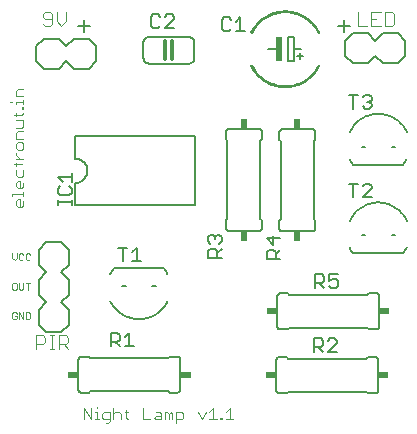
<source format=gto>
G75*
%MOIN*%
%OFA0B0*%
%FSLAX24Y24*%
%IPPOS*%
%LPD*%
%AMOC8*
5,1,8,0,0,1.08239X$1,22.5*
%
%ADD10C,0.0030*%
%ADD11C,0.0050*%
%ADD12C,0.0020*%
%ADD13C,0.0080*%
%ADD14C,0.0040*%
%ADD15C,0.0060*%
%ADD16R,0.0340X0.0240*%
%ADD17R,0.0240X0.0340*%
%ADD18C,0.0006*%
%ADD19R,0.0200X0.0800*%
%ADD20C,0.0120*%
D10*
X004155Y001607D02*
X004155Y001977D01*
X004402Y001607D01*
X004402Y001977D01*
X004523Y001854D02*
X004585Y001854D01*
X004585Y001607D01*
X004523Y001607D02*
X004647Y001607D01*
X004769Y001668D02*
X004831Y001607D01*
X005016Y001607D01*
X005016Y001545D02*
X004954Y001483D01*
X004892Y001483D01*
X005016Y001545D02*
X005016Y001854D01*
X004831Y001854D01*
X004769Y001792D01*
X004769Y001668D01*
X004585Y001977D02*
X004585Y002039D01*
X005137Y001977D02*
X005137Y001607D01*
X005137Y001792D02*
X005199Y001854D01*
X005322Y001854D01*
X005384Y001792D01*
X005384Y001607D01*
X005567Y001668D02*
X005629Y001607D01*
X005567Y001668D02*
X005567Y001915D01*
X005506Y001854D02*
X005629Y001854D01*
X006119Y001977D02*
X006119Y001607D01*
X006366Y001607D01*
X006488Y001668D02*
X006549Y001730D01*
X006735Y001730D01*
X006735Y001792D02*
X006735Y001607D01*
X006549Y001607D01*
X006488Y001668D01*
X006549Y001854D02*
X006673Y001854D01*
X006735Y001792D01*
X006856Y001854D02*
X006918Y001854D01*
X006980Y001792D01*
X007041Y001854D01*
X007103Y001792D01*
X007103Y001607D01*
X007224Y001607D02*
X007410Y001607D01*
X007471Y001668D01*
X007471Y001792D01*
X007410Y001854D01*
X007224Y001854D01*
X007224Y001483D01*
X006980Y001607D02*
X006980Y001792D01*
X006856Y001854D02*
X006856Y001607D01*
X007961Y001854D02*
X008084Y001607D01*
X008208Y001854D01*
X008329Y001854D02*
X008453Y001977D01*
X008453Y001607D01*
X008576Y001607D02*
X008329Y001607D01*
X008698Y001607D02*
X008759Y001607D01*
X008759Y001668D01*
X008698Y001668D01*
X008698Y001607D01*
X008882Y001607D02*
X009129Y001607D01*
X009005Y001607D02*
X009005Y001977D01*
X008882Y001854D01*
X002072Y008700D02*
X001948Y008700D01*
X001887Y008761D01*
X001887Y008885D01*
X001948Y008946D01*
X002010Y008946D01*
X002010Y008700D01*
X002072Y008700D02*
X002134Y008761D01*
X002134Y008885D01*
X002134Y009068D02*
X002134Y009191D01*
X002134Y009130D02*
X001763Y009130D01*
X001763Y009068D01*
X001948Y009313D02*
X001887Y009375D01*
X001887Y009499D01*
X001948Y009560D01*
X002010Y009560D01*
X002010Y009313D01*
X002072Y009313D02*
X001948Y009313D01*
X002072Y009313D02*
X002134Y009375D01*
X002134Y009499D01*
X002072Y009682D02*
X002134Y009743D01*
X002134Y009929D01*
X002072Y010112D02*
X002134Y010173D01*
X002072Y010112D02*
X001825Y010112D01*
X001887Y010173D02*
X001887Y010050D01*
X001887Y009929D02*
X001887Y009743D01*
X001948Y009682D01*
X002072Y009682D01*
X002134Y010296D02*
X001887Y010296D01*
X001887Y010419D02*
X001887Y010481D01*
X001887Y010419D02*
X002010Y010296D01*
X001948Y010603D02*
X002072Y010603D01*
X002134Y010664D01*
X002134Y010788D01*
X002072Y010849D01*
X001948Y010849D01*
X001887Y010788D01*
X001887Y010664D01*
X001948Y010603D01*
X001887Y010971D02*
X001887Y011156D01*
X001948Y011218D01*
X002134Y011218D01*
X002072Y011339D02*
X002134Y011401D01*
X002134Y011586D01*
X001887Y011586D01*
X001887Y011707D02*
X001887Y011831D01*
X001825Y011769D02*
X002072Y011769D01*
X002134Y011831D01*
X002134Y011953D02*
X002134Y012015D01*
X002072Y012015D01*
X002072Y011953D01*
X002134Y011953D01*
X002134Y012137D02*
X002134Y012261D01*
X002134Y012199D02*
X001887Y012199D01*
X001887Y012137D01*
X001763Y012199D02*
X001701Y012199D01*
X001887Y012383D02*
X001887Y012568D01*
X001948Y012630D01*
X002134Y012630D01*
X002134Y012383D02*
X001887Y012383D01*
X001887Y011339D02*
X002072Y011339D01*
X002134Y010971D02*
X001887Y010971D01*
D11*
X003294Y009690D02*
X003744Y009690D01*
X003744Y009840D02*
X003744Y009539D01*
X003669Y009379D02*
X003744Y009304D01*
X003744Y009154D01*
X003669Y009079D01*
X003369Y009079D01*
X003294Y009154D01*
X003294Y009304D01*
X003369Y009379D01*
X003444Y009539D02*
X003294Y009690D01*
X003294Y008922D02*
X003294Y008772D01*
X003294Y008847D02*
X003744Y008847D01*
X003744Y008772D02*
X003744Y008922D01*
X005304Y007338D02*
X005604Y007338D01*
X005454Y007338D02*
X005454Y006888D01*
X005162Y006653D02*
X006812Y006653D01*
X006540Y006053D02*
X006434Y006053D01*
X006937Y006450D02*
X006910Y006504D01*
X006880Y006555D01*
X006847Y006605D01*
X006812Y006653D01*
X006065Y006888D02*
X005764Y006888D01*
X005914Y006888D02*
X005914Y007338D01*
X005764Y007188D01*
X005540Y006053D02*
X005434Y006053D01*
X005033Y006441D02*
X005060Y006497D01*
X005091Y006551D01*
X005125Y006603D01*
X005162Y006653D01*
X005037Y005556D02*
X005066Y005499D01*
X005099Y005443D01*
X005134Y005390D01*
X005174Y005339D01*
X005216Y005291D01*
X005261Y005245D01*
X005308Y005202D01*
X005358Y005162D01*
X005411Y005125D01*
X005466Y005092D01*
X005522Y005061D01*
X005581Y005035D01*
X005641Y005012D01*
X005702Y004992D01*
X005764Y004977D01*
X005827Y004965D01*
X005891Y004957D01*
X005955Y004953D01*
X006019Y004953D01*
X006083Y004957D01*
X006147Y004965D01*
X006210Y004977D01*
X006272Y004992D01*
X006333Y005012D01*
X006393Y005035D01*
X006452Y005061D01*
X006508Y005092D01*
X006563Y005125D01*
X006616Y005162D01*
X006666Y005202D01*
X006713Y005245D01*
X006758Y005291D01*
X006800Y005339D01*
X006840Y005390D01*
X006875Y005443D01*
X006908Y005499D01*
X006937Y005556D01*
X005655Y004497D02*
X005655Y004046D01*
X005505Y004046D02*
X005805Y004046D01*
X005505Y004346D02*
X005655Y004497D01*
X005345Y004422D02*
X005345Y004271D01*
X005270Y004196D01*
X005044Y004196D01*
X005044Y004046D02*
X005044Y004497D01*
X005270Y004497D01*
X005345Y004422D01*
X005195Y004196D02*
X005345Y004046D01*
X008293Y007006D02*
X008293Y007231D01*
X008368Y007306D01*
X008518Y007306D01*
X008593Y007231D01*
X008593Y007006D01*
X008593Y007156D02*
X008744Y007306D01*
X008669Y007466D02*
X008744Y007541D01*
X008744Y007691D01*
X008669Y007766D01*
X008593Y007766D01*
X008518Y007691D01*
X008518Y007616D01*
X008518Y007691D02*
X008443Y007766D01*
X008368Y007766D01*
X008293Y007691D01*
X008293Y007541D01*
X008368Y007466D01*
X008293Y007006D02*
X008744Y007006D01*
X010238Y006973D02*
X010238Y007198D01*
X010313Y007273D01*
X010463Y007273D01*
X010538Y007198D01*
X010538Y006973D01*
X010538Y007123D02*
X010688Y007273D01*
X010463Y007433D02*
X010463Y007734D01*
X010688Y007659D02*
X010238Y007659D01*
X010463Y007433D01*
X010688Y006973D02*
X010238Y006973D01*
X011854Y006441D02*
X011854Y005991D01*
X011854Y006141D02*
X012079Y006141D01*
X012154Y006216D01*
X012154Y006366D01*
X012079Y006441D01*
X011854Y006441D01*
X012004Y006141D02*
X012154Y005991D01*
X012315Y006066D02*
X012390Y005991D01*
X012540Y005991D01*
X012615Y006066D01*
X012615Y006216D01*
X012540Y006291D01*
X012465Y006291D01*
X012315Y006216D01*
X012315Y006441D01*
X012615Y006441D01*
X013135Y007141D02*
X014784Y007141D01*
X014512Y007741D02*
X014407Y007741D01*
X014914Y007353D02*
X014887Y007297D01*
X014856Y007243D01*
X014822Y007191D01*
X014785Y007141D01*
X014910Y008238D02*
X014881Y008295D01*
X014848Y008351D01*
X014813Y008404D01*
X014773Y008455D01*
X014731Y008503D01*
X014686Y008549D01*
X014639Y008592D01*
X014589Y008632D01*
X014536Y008669D01*
X014481Y008702D01*
X014425Y008733D01*
X014366Y008759D01*
X014306Y008782D01*
X014245Y008802D01*
X014183Y008817D01*
X014120Y008829D01*
X014056Y008837D01*
X013992Y008841D01*
X013928Y008841D01*
X013864Y008837D01*
X013800Y008829D01*
X013737Y008817D01*
X013675Y008802D01*
X013614Y008782D01*
X013554Y008759D01*
X013495Y008733D01*
X013439Y008702D01*
X013384Y008669D01*
X013331Y008632D01*
X013281Y008592D01*
X013234Y008549D01*
X013189Y008503D01*
X013147Y008455D01*
X013107Y008404D01*
X013072Y008351D01*
X013039Y008295D01*
X013010Y008238D01*
X013407Y007741D02*
X013512Y007741D01*
X013009Y007344D02*
X013036Y007290D01*
X013066Y007239D01*
X013099Y007189D01*
X013134Y007141D01*
X013135Y009016D02*
X013135Y009466D01*
X012985Y009466D02*
X013285Y009466D01*
X013445Y009391D02*
X013520Y009466D01*
X013670Y009466D01*
X013745Y009391D01*
X013745Y009316D01*
X013445Y009016D01*
X013745Y009016D01*
X013135Y010094D02*
X014784Y010094D01*
X014512Y010694D02*
X014407Y010694D01*
X014914Y010306D02*
X014887Y010250D01*
X014856Y010196D01*
X014822Y010144D01*
X014785Y010094D01*
X014910Y011191D02*
X014881Y011248D01*
X014848Y011304D01*
X014813Y011357D01*
X014773Y011408D01*
X014731Y011456D01*
X014686Y011502D01*
X014639Y011545D01*
X014589Y011585D01*
X014536Y011622D01*
X014481Y011655D01*
X014425Y011686D01*
X014366Y011712D01*
X014306Y011735D01*
X014245Y011755D01*
X014183Y011770D01*
X014120Y011782D01*
X014056Y011790D01*
X013992Y011794D01*
X013928Y011794D01*
X013864Y011790D01*
X013800Y011782D01*
X013737Y011770D01*
X013675Y011755D01*
X013614Y011735D01*
X013554Y011712D01*
X013495Y011686D01*
X013439Y011655D01*
X013384Y011622D01*
X013331Y011585D01*
X013281Y011545D01*
X013234Y011502D01*
X013189Y011456D01*
X013147Y011408D01*
X013107Y011357D01*
X013072Y011304D01*
X013039Y011248D01*
X013010Y011191D01*
X013407Y010694D02*
X013512Y010694D01*
X013009Y010297D02*
X013036Y010243D01*
X013066Y010192D01*
X013099Y010142D01*
X013134Y010094D01*
X013135Y011969D02*
X013135Y012419D01*
X012985Y012419D02*
X013285Y012419D01*
X013445Y012344D02*
X013520Y012419D01*
X013670Y012419D01*
X013745Y012344D01*
X013745Y012269D01*
X013670Y012194D01*
X013745Y012119D01*
X013745Y012044D01*
X013670Y011969D01*
X013520Y011969D01*
X013445Y012044D01*
X013595Y012194D02*
X013670Y012194D01*
X012810Y014520D02*
X012810Y014927D01*
X012607Y014723D02*
X013014Y014723D01*
X009510Y014561D02*
X009210Y014561D01*
X009360Y014561D02*
X009360Y015011D01*
X009210Y014861D01*
X009050Y014936D02*
X008975Y015011D01*
X008825Y015011D01*
X008750Y014936D01*
X008750Y014636D01*
X008825Y014561D01*
X008975Y014561D01*
X009050Y014636D01*
X007154Y014664D02*
X006854Y014664D01*
X007154Y014964D01*
X007154Y015039D01*
X007079Y015114D01*
X006929Y015114D01*
X006854Y015039D01*
X006694Y015039D02*
X006619Y015114D01*
X006469Y015114D01*
X006394Y015039D01*
X006394Y014739D01*
X006469Y014664D01*
X006619Y014664D01*
X006694Y014739D01*
X004352Y014723D02*
X003945Y014723D01*
X004149Y014520D02*
X004149Y014927D01*
X011815Y004315D02*
X012040Y004315D01*
X012115Y004240D01*
X012115Y004090D01*
X012040Y004015D01*
X011815Y004015D01*
X011815Y003865D02*
X011815Y004315D01*
X011965Y004015D02*
X012115Y003865D01*
X012275Y003865D02*
X012575Y004165D01*
X012575Y004240D01*
X012500Y004315D01*
X012350Y004315D01*
X012275Y004240D01*
X012275Y003865D02*
X012575Y003865D01*
D12*
X002354Y004991D02*
X002354Y005138D01*
X002317Y005175D01*
X002207Y005175D01*
X002207Y004954D01*
X002317Y004954D01*
X002354Y004991D01*
X002133Y004954D02*
X002133Y005175D01*
X001986Y005175D02*
X001986Y004954D01*
X001912Y004991D02*
X001912Y005065D01*
X001838Y005065D01*
X001765Y005138D02*
X001802Y005175D01*
X001875Y005175D01*
X001912Y005138D01*
X001986Y005175D02*
X002133Y004954D01*
X001912Y004991D02*
X001875Y004954D01*
X001802Y004954D01*
X001765Y004991D01*
X001765Y005138D01*
X001802Y005939D02*
X001765Y005975D01*
X001765Y006122D01*
X001802Y006159D01*
X001875Y006159D01*
X001912Y006122D01*
X001912Y005975D01*
X001875Y005939D01*
X001802Y005939D01*
X001986Y005975D02*
X001986Y006159D01*
X002133Y006159D02*
X002133Y005975D01*
X002096Y005939D01*
X002022Y005939D01*
X001986Y005975D01*
X002207Y006159D02*
X002354Y006159D01*
X002280Y006159D02*
X002280Y005939D01*
X002243Y006923D02*
X002317Y006923D01*
X002354Y006960D01*
X002243Y006923D02*
X002207Y006960D01*
X002207Y007106D01*
X002243Y007143D01*
X002317Y007143D01*
X002354Y007106D01*
X002133Y007106D02*
X002096Y007143D01*
X002022Y007143D01*
X001986Y007106D01*
X001986Y006960D01*
X002022Y006923D01*
X002096Y006923D01*
X002133Y006960D01*
X001912Y006996D02*
X001838Y006923D01*
X001765Y006996D01*
X001765Y007143D01*
X001912Y007143D02*
X001912Y006996D01*
D13*
X002645Y006765D02*
X002645Y007265D01*
X002895Y007515D01*
X003395Y007515D01*
X003645Y007265D01*
X003645Y006765D01*
X003395Y006515D01*
X003645Y006265D01*
X003645Y005765D01*
X003395Y005515D01*
X003645Y005265D01*
X003645Y004765D01*
X003395Y004515D01*
X002895Y004515D01*
X002645Y004765D01*
X002645Y005265D01*
X002895Y005515D01*
X002645Y005765D01*
X002645Y006265D01*
X002895Y006515D01*
X002645Y006765D01*
X002816Y013291D02*
X003316Y013291D01*
X003566Y013541D01*
X003816Y013291D01*
X004316Y013291D01*
X004566Y013541D01*
X004566Y014041D01*
X004316Y014291D01*
X003816Y014291D01*
X003566Y014041D01*
X003316Y014291D01*
X002816Y014291D01*
X002566Y014041D01*
X002566Y013541D01*
X002816Y013291D01*
X012861Y013738D02*
X013111Y013488D01*
X013611Y013488D01*
X013861Y013738D01*
X014111Y013488D01*
X014611Y013488D01*
X014861Y013738D01*
X014861Y014238D01*
X014611Y014488D01*
X014111Y014488D01*
X013861Y014238D01*
X013611Y014488D01*
X013111Y014488D01*
X012861Y014238D01*
X012861Y013738D01*
D14*
X013275Y014726D02*
X013582Y014726D01*
X013735Y014726D02*
X014042Y014726D01*
X014196Y014726D02*
X014426Y014726D01*
X014503Y014803D01*
X014503Y015110D01*
X014426Y015187D01*
X014196Y015187D01*
X014196Y014726D01*
X013889Y014956D02*
X013735Y014956D01*
X013735Y014726D02*
X013735Y015187D01*
X014042Y015187D01*
X013275Y015187D02*
X013275Y014726D01*
X003550Y014880D02*
X003550Y015187D01*
X003243Y015187D02*
X003243Y014880D01*
X003397Y014726D01*
X003550Y014880D01*
X003090Y014956D02*
X002859Y014956D01*
X002783Y015033D01*
X002783Y015110D01*
X002859Y015187D01*
X003013Y015187D01*
X003090Y015110D01*
X003090Y014803D01*
X003013Y014726D01*
X002859Y014726D01*
X002783Y014803D01*
X002781Y004415D02*
X002551Y004415D01*
X002551Y003955D01*
X002551Y004108D02*
X002781Y004108D01*
X002858Y004185D01*
X002858Y004338D01*
X002781Y004415D01*
X003011Y004415D02*
X003165Y004415D01*
X003088Y004415D02*
X003088Y003955D01*
X003011Y003955D02*
X003165Y003955D01*
X003318Y003955D02*
X003318Y004415D01*
X003549Y004415D01*
X003625Y004338D01*
X003625Y004185D01*
X003549Y004108D01*
X003318Y004108D01*
X003472Y004108D02*
X003625Y003955D01*
D15*
X003968Y003606D02*
X003968Y002606D01*
X003970Y002589D01*
X003974Y002572D01*
X003981Y002556D01*
X003991Y002542D01*
X004004Y002529D01*
X004018Y002519D01*
X004034Y002512D01*
X004051Y002508D01*
X004068Y002506D01*
X004318Y002506D01*
X004368Y002556D01*
X006968Y002556D01*
X007018Y002506D01*
X007268Y002506D01*
X007285Y002508D01*
X007302Y002512D01*
X007318Y002519D01*
X007332Y002529D01*
X007345Y002542D01*
X007355Y002556D01*
X007362Y002572D01*
X007366Y002589D01*
X007368Y002606D01*
X007368Y003606D01*
X007366Y003623D01*
X007362Y003640D01*
X007355Y003656D01*
X007345Y003670D01*
X007332Y003683D01*
X007318Y003693D01*
X007302Y003700D01*
X007285Y003704D01*
X007268Y003706D01*
X007018Y003706D01*
X006968Y003656D01*
X004368Y003656D01*
X004318Y003706D01*
X004068Y003706D01*
X004051Y003704D01*
X004034Y003700D01*
X004018Y003693D01*
X004004Y003683D01*
X003991Y003670D01*
X003981Y003656D01*
X003974Y003640D01*
X003970Y003623D01*
X003968Y003606D01*
X008887Y007998D02*
X008887Y008248D01*
X008937Y008298D01*
X008937Y010898D01*
X008887Y010948D01*
X008887Y011198D01*
X008889Y011215D01*
X008893Y011232D01*
X008900Y011248D01*
X008910Y011262D01*
X008923Y011275D01*
X008937Y011285D01*
X008953Y011292D01*
X008970Y011296D01*
X008987Y011298D01*
X009987Y011298D01*
X010004Y011296D01*
X010021Y011292D01*
X010037Y011285D01*
X010051Y011275D01*
X010064Y011262D01*
X010074Y011248D01*
X010081Y011232D01*
X010085Y011215D01*
X010087Y011198D01*
X010087Y010948D01*
X010037Y010898D01*
X010037Y008298D01*
X010087Y008248D01*
X010087Y007998D01*
X010085Y007981D01*
X010081Y007964D01*
X010074Y007948D01*
X010064Y007934D01*
X010051Y007921D01*
X010037Y007911D01*
X010021Y007904D01*
X010004Y007900D01*
X009987Y007898D01*
X008987Y007898D01*
X008970Y007900D01*
X008953Y007904D01*
X008937Y007911D01*
X008923Y007921D01*
X008910Y007934D01*
X008900Y007948D01*
X008893Y007964D01*
X008889Y007981D01*
X008887Y007998D01*
X007869Y008747D02*
X007869Y011047D01*
X003869Y011047D01*
X003869Y010297D01*
X003908Y010295D01*
X003947Y010289D01*
X003985Y010280D01*
X004022Y010267D01*
X004058Y010250D01*
X004091Y010230D01*
X004123Y010206D01*
X004152Y010180D01*
X004178Y010151D01*
X004202Y010119D01*
X004222Y010086D01*
X004239Y010050D01*
X004252Y010013D01*
X004261Y009975D01*
X004267Y009936D01*
X004269Y009897D01*
X004267Y009858D01*
X004261Y009819D01*
X004252Y009781D01*
X004239Y009744D01*
X004222Y009708D01*
X004202Y009675D01*
X004178Y009643D01*
X004152Y009614D01*
X004123Y009588D01*
X004091Y009564D01*
X004058Y009544D01*
X004022Y009527D01*
X003985Y009514D01*
X003947Y009505D01*
X003908Y009499D01*
X003869Y009497D01*
X003869Y008747D01*
X007869Y008747D01*
X010667Y008232D02*
X010667Y007982D01*
X010669Y007965D01*
X010673Y007948D01*
X010680Y007932D01*
X010690Y007918D01*
X010703Y007905D01*
X010717Y007895D01*
X010733Y007888D01*
X010750Y007884D01*
X010767Y007882D01*
X011767Y007882D01*
X011784Y007884D01*
X011801Y007888D01*
X011817Y007895D01*
X011831Y007905D01*
X011844Y007918D01*
X011854Y007932D01*
X011861Y007948D01*
X011865Y007965D01*
X011867Y007982D01*
X011867Y008232D01*
X011817Y008282D01*
X011817Y010882D01*
X011867Y010932D01*
X011867Y011182D01*
X011865Y011199D01*
X011861Y011216D01*
X011854Y011232D01*
X011844Y011246D01*
X011831Y011259D01*
X011817Y011269D01*
X011801Y011276D01*
X011784Y011280D01*
X011767Y011282D01*
X010767Y011282D01*
X010750Y011280D01*
X010733Y011276D01*
X010717Y011269D01*
X010703Y011259D01*
X010690Y011246D01*
X010680Y011232D01*
X010673Y011216D01*
X010669Y011199D01*
X010667Y011182D01*
X010667Y010932D01*
X010717Y010882D01*
X010717Y008282D01*
X010667Y008232D01*
X010698Y005816D02*
X010948Y005816D01*
X010998Y005766D01*
X013598Y005766D01*
X013648Y005816D01*
X013898Y005816D01*
X013915Y005814D01*
X013932Y005810D01*
X013948Y005803D01*
X013962Y005793D01*
X013975Y005780D01*
X013985Y005766D01*
X013992Y005750D01*
X013996Y005733D01*
X013998Y005716D01*
X013998Y004716D01*
X013996Y004699D01*
X013992Y004682D01*
X013985Y004666D01*
X013975Y004652D01*
X013962Y004639D01*
X013948Y004629D01*
X013932Y004622D01*
X013915Y004618D01*
X013898Y004616D01*
X013648Y004616D01*
X013598Y004666D01*
X010998Y004666D01*
X010948Y004616D01*
X010698Y004616D01*
X010681Y004618D01*
X010664Y004622D01*
X010648Y004629D01*
X010634Y004639D01*
X010621Y004652D01*
X010611Y004666D01*
X010604Y004682D01*
X010600Y004699D01*
X010598Y004716D01*
X010598Y005716D01*
X010600Y005733D01*
X010604Y005750D01*
X010611Y005766D01*
X010621Y005780D01*
X010634Y005793D01*
X010648Y005803D01*
X010664Y005810D01*
X010681Y005814D01*
X010698Y005816D01*
X010659Y003690D02*
X010909Y003690D01*
X010959Y003640D01*
X013559Y003640D01*
X013609Y003690D01*
X013859Y003690D01*
X013876Y003688D01*
X013893Y003684D01*
X013909Y003677D01*
X013923Y003667D01*
X013936Y003654D01*
X013946Y003640D01*
X013953Y003624D01*
X013957Y003607D01*
X013959Y003590D01*
X013959Y002590D01*
X013957Y002573D01*
X013953Y002556D01*
X013946Y002540D01*
X013936Y002526D01*
X013923Y002513D01*
X013909Y002503D01*
X013893Y002496D01*
X013876Y002492D01*
X013859Y002490D01*
X013609Y002490D01*
X013559Y002540D01*
X010959Y002540D01*
X010909Y002490D01*
X010659Y002490D01*
X010642Y002492D01*
X010625Y002496D01*
X010609Y002503D01*
X010595Y002513D01*
X010582Y002526D01*
X010572Y002540D01*
X010565Y002556D01*
X010561Y002573D01*
X010559Y002590D01*
X010559Y003590D01*
X010561Y003607D01*
X010565Y003624D01*
X010572Y003640D01*
X010582Y003654D01*
X010595Y003667D01*
X010609Y003677D01*
X010625Y003684D01*
X010642Y003688D01*
X010659Y003690D01*
X007633Y013467D02*
X006333Y013467D01*
X006307Y013469D01*
X006281Y013474D01*
X006256Y013482D01*
X006233Y013494D01*
X006211Y013508D01*
X006192Y013526D01*
X006174Y013545D01*
X006160Y013567D01*
X006148Y013590D01*
X006140Y013615D01*
X006135Y013641D01*
X006133Y013667D01*
X006133Y014167D01*
X006135Y014193D01*
X006140Y014219D01*
X006148Y014244D01*
X006160Y014267D01*
X006174Y014289D01*
X006192Y014308D01*
X006211Y014326D01*
X006233Y014340D01*
X006256Y014352D01*
X006281Y014360D01*
X006307Y014365D01*
X006333Y014367D01*
X007633Y014367D01*
X007659Y014365D01*
X007685Y014360D01*
X007710Y014352D01*
X007733Y014340D01*
X007755Y014326D01*
X007774Y014308D01*
X007792Y014289D01*
X007806Y014267D01*
X007818Y014244D01*
X007826Y014219D01*
X007831Y014193D01*
X007833Y014167D01*
X007833Y013667D01*
X007831Y013641D01*
X007826Y013615D01*
X007818Y013590D01*
X007806Y013567D01*
X007792Y013545D01*
X007774Y013526D01*
X007755Y013508D01*
X007733Y013494D01*
X007710Y013482D01*
X007685Y013474D01*
X007659Y013469D01*
X007633Y013467D01*
X010295Y013964D02*
X010595Y013964D01*
X010945Y013564D02*
X011145Y013564D01*
X011145Y013964D01*
X011145Y014364D01*
X010945Y014364D01*
X010945Y013564D01*
X011245Y013714D02*
X011445Y013714D01*
X011345Y013814D02*
X011345Y013614D01*
X011395Y013964D02*
X011145Y013964D01*
D16*
X003798Y003106D03*
X007538Y003106D03*
X010389Y003090D03*
X010428Y005216D03*
X014168Y005216D03*
X014129Y003090D03*
D17*
X011267Y007712D03*
X009487Y007728D03*
X011267Y011452D03*
X009487Y011468D03*
D18*
X009692Y013416D02*
X009741Y013439D01*
X009741Y013438D02*
X009772Y013377D01*
X009807Y013318D01*
X009845Y013260D01*
X009886Y013205D01*
X009930Y013152D01*
X009977Y013102D01*
X010027Y013055D01*
X010080Y013010D01*
X010135Y012968D01*
X010192Y012930D01*
X010251Y012895D01*
X010312Y012863D01*
X010375Y012835D01*
X010439Y012810D01*
X010505Y012789D01*
X010572Y012772D01*
X010639Y012758D01*
X010708Y012749D01*
X010776Y012743D01*
X010845Y012741D01*
X010914Y012743D01*
X010982Y012749D01*
X011051Y012758D01*
X011118Y012772D01*
X011185Y012789D01*
X011251Y012810D01*
X011315Y012835D01*
X011378Y012863D01*
X011439Y012895D01*
X011498Y012930D01*
X011555Y012968D01*
X011610Y013010D01*
X011663Y013055D01*
X011713Y013102D01*
X011760Y013152D01*
X011804Y013205D01*
X011845Y013260D01*
X011883Y013318D01*
X011918Y013377D01*
X011949Y013438D01*
X011998Y013416D01*
X011998Y013415D01*
X011966Y013353D01*
X011931Y013292D01*
X011892Y013234D01*
X011851Y013177D01*
X011806Y013123D01*
X011758Y013071D01*
X011708Y013023D01*
X011655Y012977D01*
X011599Y012934D01*
X011542Y012894D01*
X011482Y012857D01*
X011420Y012824D01*
X011357Y012794D01*
X011292Y012768D01*
X011225Y012745D01*
X011158Y012726D01*
X011089Y012711D01*
X011020Y012699D01*
X010950Y012691D01*
X010880Y012687D01*
X010810Y012687D01*
X010740Y012691D01*
X010670Y012699D01*
X010601Y012711D01*
X010532Y012726D01*
X010465Y012745D01*
X010398Y012768D01*
X010333Y012794D01*
X010270Y012824D01*
X010208Y012857D01*
X010148Y012894D01*
X010091Y012934D01*
X010035Y012977D01*
X009982Y013023D01*
X009932Y013071D01*
X009884Y013123D01*
X009839Y013177D01*
X009798Y013234D01*
X009759Y013292D01*
X009724Y013353D01*
X009692Y013415D01*
X009696Y013417D01*
X009728Y013355D01*
X009763Y013295D01*
X009802Y013236D01*
X009843Y013180D01*
X009888Y013126D01*
X009935Y013075D01*
X009985Y013026D01*
X010038Y012981D01*
X010094Y012938D01*
X010151Y012898D01*
X010211Y012861D01*
X010272Y012828D01*
X010335Y012799D01*
X010400Y012772D01*
X010466Y012750D01*
X010534Y012731D01*
X010602Y012715D01*
X010671Y012704D01*
X010740Y012696D01*
X010810Y012692D01*
X010880Y012692D01*
X010950Y012696D01*
X011019Y012704D01*
X011088Y012715D01*
X011156Y012731D01*
X011224Y012750D01*
X011290Y012772D01*
X011355Y012799D01*
X011418Y012828D01*
X011479Y012861D01*
X011539Y012898D01*
X011596Y012938D01*
X011652Y012981D01*
X011705Y013026D01*
X011755Y013075D01*
X011802Y013126D01*
X011847Y013180D01*
X011888Y013236D01*
X011927Y013295D01*
X011962Y013355D01*
X011994Y013417D01*
X011989Y013420D01*
X011957Y013358D01*
X011922Y013297D01*
X011884Y013239D01*
X011843Y013183D01*
X011798Y013130D01*
X011751Y013078D01*
X011701Y013030D01*
X011649Y012984D01*
X011594Y012942D01*
X011536Y012902D01*
X011477Y012866D01*
X011416Y012833D01*
X011353Y012803D01*
X011288Y012777D01*
X011222Y012754D01*
X011155Y012736D01*
X011087Y012720D01*
X011019Y012709D01*
X010949Y012701D01*
X010880Y012697D01*
X010810Y012697D01*
X010741Y012701D01*
X010671Y012709D01*
X010603Y012720D01*
X010535Y012736D01*
X010468Y012754D01*
X010402Y012777D01*
X010337Y012803D01*
X010274Y012833D01*
X010213Y012866D01*
X010154Y012902D01*
X010096Y012942D01*
X010041Y012984D01*
X009989Y013030D01*
X009939Y013078D01*
X009892Y013130D01*
X009847Y013183D01*
X009806Y013239D01*
X009768Y013297D01*
X009733Y013358D01*
X009701Y013420D01*
X009705Y013422D01*
X009737Y013360D01*
X009772Y013300D01*
X009810Y013242D01*
X009851Y013186D01*
X009895Y013133D01*
X009942Y013082D01*
X009992Y013034D01*
X010045Y012988D01*
X010099Y012946D01*
X010156Y012906D01*
X010216Y012870D01*
X010277Y012837D01*
X010339Y012808D01*
X010404Y012782D01*
X010469Y012759D01*
X010536Y012740D01*
X010604Y012725D01*
X010672Y012714D01*
X010741Y012706D01*
X010810Y012702D01*
X010880Y012702D01*
X010949Y012706D01*
X011018Y012714D01*
X011086Y012725D01*
X011154Y012740D01*
X011221Y012759D01*
X011286Y012782D01*
X011351Y012808D01*
X011413Y012837D01*
X011474Y012870D01*
X011534Y012906D01*
X011591Y012946D01*
X011645Y012988D01*
X011698Y013034D01*
X011748Y013082D01*
X011795Y013133D01*
X011839Y013186D01*
X011880Y013242D01*
X011918Y013300D01*
X011953Y013360D01*
X011985Y013422D01*
X011980Y013424D01*
X011949Y013362D01*
X011914Y013303D01*
X011876Y013245D01*
X011835Y013189D01*
X011791Y013136D01*
X011744Y013085D01*
X011694Y013037D01*
X011642Y012992D01*
X011588Y012950D01*
X011531Y012911D01*
X011472Y012874D01*
X011411Y012842D01*
X011349Y012812D01*
X011285Y012786D01*
X011219Y012764D01*
X011153Y012745D01*
X011085Y012730D01*
X011017Y012719D01*
X010949Y012711D01*
X010880Y012707D01*
X010810Y012707D01*
X010741Y012711D01*
X010673Y012719D01*
X010605Y012730D01*
X010537Y012745D01*
X010471Y012764D01*
X010405Y012786D01*
X010341Y012812D01*
X010279Y012842D01*
X010218Y012874D01*
X010159Y012911D01*
X010102Y012950D01*
X010048Y012992D01*
X009996Y013037D01*
X009946Y013085D01*
X009899Y013136D01*
X009855Y013189D01*
X009814Y013245D01*
X009776Y013303D01*
X009741Y013362D01*
X009710Y013424D01*
X009714Y013426D01*
X009746Y013365D01*
X009780Y013305D01*
X009818Y013248D01*
X009859Y013192D01*
X009903Y013139D01*
X009950Y013089D01*
X009999Y013041D01*
X010051Y012996D01*
X010105Y012954D01*
X010162Y012915D01*
X010221Y012879D01*
X010281Y012846D01*
X010343Y012817D01*
X010407Y012791D01*
X010472Y012769D01*
X010539Y012750D01*
X010606Y012735D01*
X010674Y012724D01*
X010742Y012716D01*
X010811Y012712D01*
X010879Y012712D01*
X010948Y012716D01*
X011016Y012724D01*
X011084Y012735D01*
X011151Y012750D01*
X011218Y012769D01*
X011283Y012791D01*
X011347Y012817D01*
X011409Y012846D01*
X011469Y012879D01*
X011528Y012915D01*
X011585Y012954D01*
X011639Y012996D01*
X011691Y013041D01*
X011740Y013089D01*
X011787Y013139D01*
X011831Y013192D01*
X011872Y013248D01*
X011910Y013305D01*
X011944Y013365D01*
X011976Y013426D01*
X011971Y013428D01*
X011939Y013366D01*
X011904Y013305D01*
X011865Y013246D01*
X011823Y013190D01*
X011778Y013136D01*
X011730Y013085D01*
X011679Y013037D01*
X011625Y012991D01*
X011569Y012949D01*
X011511Y012910D01*
X011450Y012874D01*
X011388Y012841D01*
X011324Y012813D01*
X011258Y012788D01*
X011192Y012766D01*
X011124Y012749D01*
X011055Y012735D01*
X010985Y012725D01*
X010915Y012719D01*
X010845Y012717D01*
X010775Y012719D01*
X010705Y012725D01*
X010635Y012735D01*
X010566Y012749D01*
X010498Y012766D01*
X010432Y012788D01*
X010366Y012813D01*
X010302Y012841D01*
X010240Y012874D01*
X010179Y012910D01*
X010121Y012949D01*
X010065Y012991D01*
X010011Y013037D01*
X009960Y013085D01*
X009912Y013136D01*
X009867Y013190D01*
X009825Y013246D01*
X009786Y013305D01*
X009751Y013366D01*
X009719Y013428D01*
X009724Y013430D01*
X009755Y013368D01*
X009791Y013308D01*
X009829Y013249D01*
X009871Y013193D01*
X009916Y013140D01*
X009964Y013089D01*
X010015Y013040D01*
X010068Y012995D01*
X010124Y012953D01*
X010182Y012914D01*
X010242Y012878D01*
X010304Y012846D01*
X010368Y012817D01*
X010433Y012792D01*
X010500Y012771D01*
X010568Y012753D01*
X010636Y012740D01*
X010705Y012730D01*
X010775Y012724D01*
X010845Y012722D01*
X010915Y012724D01*
X010985Y012730D01*
X011054Y012740D01*
X011122Y012753D01*
X011190Y012771D01*
X011257Y012792D01*
X011322Y012817D01*
X011386Y012846D01*
X011448Y012878D01*
X011508Y012914D01*
X011566Y012953D01*
X011622Y012995D01*
X011675Y013040D01*
X011726Y013089D01*
X011774Y013140D01*
X011819Y013193D01*
X011861Y013249D01*
X011899Y013308D01*
X011935Y013368D01*
X011966Y013430D01*
X011962Y013432D01*
X011930Y013370D01*
X011895Y013310D01*
X011857Y013252D01*
X011815Y013196D01*
X011770Y013143D01*
X011723Y013092D01*
X011672Y013044D01*
X011619Y012999D01*
X011563Y012957D01*
X011506Y012918D01*
X011446Y012883D01*
X011384Y012850D01*
X011320Y012822D01*
X011255Y012797D01*
X011189Y012776D01*
X011121Y012758D01*
X011053Y012745D01*
X010984Y012735D01*
X010915Y012729D01*
X010845Y012727D01*
X010775Y012729D01*
X010706Y012735D01*
X010637Y012745D01*
X010569Y012758D01*
X010501Y012776D01*
X010435Y012797D01*
X010370Y012822D01*
X010306Y012850D01*
X010244Y012883D01*
X010184Y012918D01*
X010127Y012957D01*
X010071Y012999D01*
X010018Y013044D01*
X009967Y013092D01*
X009920Y013143D01*
X009875Y013196D01*
X009833Y013252D01*
X009795Y013310D01*
X009760Y013370D01*
X009728Y013432D01*
X009733Y013435D01*
X009764Y013373D01*
X009799Y013313D01*
X009837Y013255D01*
X009879Y013199D01*
X009924Y013146D01*
X009971Y013096D01*
X010021Y013048D01*
X010074Y013003D01*
X010130Y012961D01*
X010187Y012922D01*
X010247Y012887D01*
X010308Y012855D01*
X010372Y012827D01*
X010436Y012802D01*
X010503Y012781D01*
X010570Y012763D01*
X010638Y012750D01*
X010706Y012740D01*
X010776Y012734D01*
X010845Y012732D01*
X010914Y012734D01*
X010984Y012740D01*
X011052Y012750D01*
X011120Y012763D01*
X011187Y012781D01*
X011254Y012802D01*
X011318Y012827D01*
X011382Y012855D01*
X011443Y012887D01*
X011503Y012922D01*
X011560Y012961D01*
X011616Y013003D01*
X011669Y013048D01*
X011719Y013096D01*
X011766Y013146D01*
X011811Y013199D01*
X011853Y013255D01*
X011891Y013313D01*
X011926Y013373D01*
X011957Y013435D01*
X011953Y013437D01*
X011921Y013375D01*
X011887Y013316D01*
X011848Y013258D01*
X011807Y013203D01*
X011763Y013150D01*
X011715Y013099D01*
X011665Y013052D01*
X011613Y013007D01*
X011558Y012965D01*
X011500Y012927D01*
X011441Y012891D01*
X011379Y012859D01*
X011316Y012831D01*
X011252Y012806D01*
X011186Y012785D01*
X011119Y012768D01*
X011051Y012754D01*
X010983Y012745D01*
X010914Y012739D01*
X010845Y012737D01*
X010776Y012739D01*
X010707Y012745D01*
X010639Y012754D01*
X010571Y012768D01*
X010504Y012785D01*
X010438Y012806D01*
X010374Y012831D01*
X010311Y012859D01*
X010249Y012891D01*
X010190Y012927D01*
X010132Y012965D01*
X010077Y013007D01*
X010025Y013052D01*
X009975Y013099D01*
X009927Y013150D01*
X009883Y013203D01*
X009842Y013258D01*
X009803Y013316D01*
X009769Y013375D01*
X009737Y013437D01*
X011998Y014512D02*
X011949Y014489D01*
X011949Y014490D02*
X011918Y014551D01*
X011883Y014610D01*
X011845Y014668D01*
X011804Y014723D01*
X011760Y014776D01*
X011713Y014826D01*
X011663Y014873D01*
X011610Y014918D01*
X011555Y014960D01*
X011498Y014998D01*
X011439Y015033D01*
X011378Y015065D01*
X011315Y015093D01*
X011251Y015118D01*
X011185Y015139D01*
X011118Y015156D01*
X011051Y015170D01*
X010982Y015179D01*
X010914Y015185D01*
X010845Y015187D01*
X010776Y015185D01*
X010708Y015179D01*
X010639Y015170D01*
X010572Y015156D01*
X010505Y015139D01*
X010439Y015118D01*
X010375Y015093D01*
X010312Y015065D01*
X010251Y015033D01*
X010192Y014998D01*
X010135Y014960D01*
X010080Y014918D01*
X010027Y014873D01*
X009977Y014826D01*
X009930Y014776D01*
X009886Y014723D01*
X009845Y014668D01*
X009807Y014610D01*
X009772Y014551D01*
X009741Y014490D01*
X009692Y014512D01*
X009692Y014513D01*
X009724Y014575D01*
X009759Y014636D01*
X009798Y014694D01*
X009839Y014751D01*
X009884Y014805D01*
X009932Y014857D01*
X009982Y014905D01*
X010035Y014951D01*
X010091Y014994D01*
X010148Y015034D01*
X010208Y015071D01*
X010270Y015104D01*
X010333Y015134D01*
X010398Y015160D01*
X010465Y015183D01*
X010532Y015202D01*
X010601Y015217D01*
X010670Y015229D01*
X010740Y015237D01*
X010810Y015241D01*
X010880Y015241D01*
X010950Y015237D01*
X011020Y015229D01*
X011089Y015217D01*
X011158Y015202D01*
X011225Y015183D01*
X011292Y015160D01*
X011357Y015134D01*
X011420Y015104D01*
X011482Y015071D01*
X011542Y015034D01*
X011599Y014994D01*
X011655Y014951D01*
X011708Y014905D01*
X011758Y014857D01*
X011806Y014805D01*
X011851Y014751D01*
X011892Y014694D01*
X011931Y014636D01*
X011966Y014575D01*
X011998Y014513D01*
X011994Y014511D01*
X011962Y014573D01*
X011927Y014633D01*
X011888Y014692D01*
X011847Y014748D01*
X011802Y014802D01*
X011755Y014853D01*
X011705Y014902D01*
X011652Y014947D01*
X011596Y014990D01*
X011539Y015030D01*
X011479Y015067D01*
X011418Y015100D01*
X011355Y015129D01*
X011290Y015156D01*
X011224Y015178D01*
X011156Y015197D01*
X011088Y015213D01*
X011019Y015224D01*
X010950Y015232D01*
X010880Y015236D01*
X010810Y015236D01*
X010740Y015232D01*
X010671Y015224D01*
X010602Y015213D01*
X010534Y015197D01*
X010466Y015178D01*
X010400Y015156D01*
X010335Y015129D01*
X010272Y015100D01*
X010211Y015067D01*
X010151Y015030D01*
X010094Y014990D01*
X010038Y014947D01*
X009985Y014902D01*
X009935Y014853D01*
X009888Y014802D01*
X009843Y014748D01*
X009802Y014692D01*
X009763Y014633D01*
X009728Y014573D01*
X009696Y014511D01*
X009701Y014508D01*
X009733Y014570D01*
X009768Y014631D01*
X009806Y014689D01*
X009847Y014745D01*
X009892Y014798D01*
X009939Y014850D01*
X009989Y014898D01*
X010041Y014944D01*
X010096Y014986D01*
X010154Y015026D01*
X010213Y015062D01*
X010274Y015095D01*
X010337Y015125D01*
X010402Y015151D01*
X010468Y015174D01*
X010535Y015192D01*
X010603Y015208D01*
X010671Y015219D01*
X010741Y015227D01*
X010810Y015231D01*
X010880Y015231D01*
X010949Y015227D01*
X011019Y015219D01*
X011087Y015208D01*
X011155Y015192D01*
X011222Y015174D01*
X011288Y015151D01*
X011353Y015125D01*
X011416Y015095D01*
X011477Y015062D01*
X011536Y015026D01*
X011594Y014986D01*
X011649Y014944D01*
X011701Y014898D01*
X011751Y014850D01*
X011798Y014798D01*
X011843Y014745D01*
X011884Y014689D01*
X011922Y014631D01*
X011957Y014570D01*
X011989Y014508D01*
X011985Y014506D01*
X011953Y014568D01*
X011918Y014628D01*
X011880Y014686D01*
X011839Y014742D01*
X011795Y014795D01*
X011748Y014846D01*
X011698Y014894D01*
X011645Y014940D01*
X011591Y014982D01*
X011534Y015022D01*
X011474Y015058D01*
X011413Y015091D01*
X011351Y015120D01*
X011286Y015146D01*
X011221Y015169D01*
X011154Y015188D01*
X011086Y015203D01*
X011018Y015214D01*
X010949Y015222D01*
X010880Y015226D01*
X010810Y015226D01*
X010741Y015222D01*
X010672Y015214D01*
X010604Y015203D01*
X010536Y015188D01*
X010469Y015169D01*
X010404Y015146D01*
X010339Y015120D01*
X010277Y015091D01*
X010216Y015058D01*
X010156Y015022D01*
X010099Y014982D01*
X010045Y014940D01*
X009992Y014894D01*
X009942Y014846D01*
X009895Y014795D01*
X009851Y014742D01*
X009810Y014686D01*
X009772Y014628D01*
X009737Y014568D01*
X009705Y014506D01*
X009710Y014504D01*
X009741Y014566D01*
X009776Y014625D01*
X009814Y014683D01*
X009855Y014739D01*
X009899Y014792D01*
X009946Y014843D01*
X009996Y014891D01*
X010048Y014936D01*
X010102Y014978D01*
X010159Y015017D01*
X010218Y015054D01*
X010279Y015086D01*
X010341Y015116D01*
X010405Y015142D01*
X010471Y015164D01*
X010537Y015183D01*
X010605Y015198D01*
X010673Y015209D01*
X010741Y015217D01*
X010810Y015221D01*
X010880Y015221D01*
X010949Y015217D01*
X011017Y015209D01*
X011085Y015198D01*
X011153Y015183D01*
X011219Y015164D01*
X011285Y015142D01*
X011349Y015116D01*
X011411Y015086D01*
X011472Y015054D01*
X011531Y015017D01*
X011588Y014978D01*
X011642Y014936D01*
X011694Y014891D01*
X011744Y014843D01*
X011791Y014792D01*
X011835Y014739D01*
X011876Y014683D01*
X011914Y014625D01*
X011949Y014566D01*
X011980Y014504D01*
X011976Y014502D01*
X011944Y014563D01*
X011910Y014623D01*
X011872Y014680D01*
X011831Y014736D01*
X011787Y014789D01*
X011740Y014839D01*
X011691Y014887D01*
X011639Y014932D01*
X011585Y014974D01*
X011528Y015013D01*
X011469Y015049D01*
X011409Y015082D01*
X011347Y015111D01*
X011283Y015137D01*
X011218Y015159D01*
X011151Y015178D01*
X011084Y015193D01*
X011016Y015204D01*
X010948Y015212D01*
X010879Y015216D01*
X010811Y015216D01*
X010742Y015212D01*
X010674Y015204D01*
X010606Y015193D01*
X010539Y015178D01*
X010472Y015159D01*
X010407Y015137D01*
X010343Y015111D01*
X010281Y015082D01*
X010221Y015049D01*
X010162Y015013D01*
X010105Y014974D01*
X010051Y014932D01*
X009999Y014887D01*
X009950Y014839D01*
X009903Y014789D01*
X009859Y014736D01*
X009818Y014680D01*
X009780Y014623D01*
X009746Y014563D01*
X009714Y014502D01*
X009719Y014500D01*
X009751Y014562D01*
X009786Y014623D01*
X009825Y014682D01*
X009867Y014738D01*
X009912Y014792D01*
X009960Y014843D01*
X010011Y014891D01*
X010065Y014937D01*
X010121Y014979D01*
X010179Y015018D01*
X010240Y015054D01*
X010302Y015087D01*
X010366Y015115D01*
X010432Y015140D01*
X010498Y015162D01*
X010566Y015179D01*
X010635Y015193D01*
X010705Y015203D01*
X010775Y015209D01*
X010845Y015211D01*
X010915Y015209D01*
X010985Y015203D01*
X011055Y015193D01*
X011124Y015179D01*
X011192Y015162D01*
X011258Y015140D01*
X011324Y015115D01*
X011388Y015087D01*
X011450Y015054D01*
X011511Y015018D01*
X011569Y014979D01*
X011625Y014937D01*
X011679Y014891D01*
X011730Y014843D01*
X011778Y014792D01*
X011823Y014738D01*
X011865Y014682D01*
X011904Y014623D01*
X011939Y014562D01*
X011971Y014500D01*
X011966Y014498D01*
X011935Y014560D01*
X011899Y014620D01*
X011861Y014679D01*
X011819Y014735D01*
X011774Y014788D01*
X011726Y014839D01*
X011675Y014888D01*
X011622Y014933D01*
X011566Y014975D01*
X011508Y015014D01*
X011448Y015050D01*
X011386Y015082D01*
X011322Y015111D01*
X011257Y015136D01*
X011190Y015157D01*
X011122Y015175D01*
X011054Y015188D01*
X010985Y015198D01*
X010915Y015204D01*
X010845Y015206D01*
X010775Y015204D01*
X010705Y015198D01*
X010636Y015188D01*
X010568Y015175D01*
X010500Y015157D01*
X010433Y015136D01*
X010368Y015111D01*
X010304Y015082D01*
X010242Y015050D01*
X010182Y015014D01*
X010124Y014975D01*
X010068Y014933D01*
X010015Y014888D01*
X009964Y014839D01*
X009916Y014788D01*
X009871Y014735D01*
X009829Y014679D01*
X009791Y014620D01*
X009755Y014560D01*
X009724Y014498D01*
X009728Y014496D01*
X009760Y014558D01*
X009795Y014618D01*
X009833Y014676D01*
X009875Y014732D01*
X009920Y014785D01*
X009967Y014836D01*
X010018Y014884D01*
X010071Y014929D01*
X010127Y014971D01*
X010184Y015010D01*
X010244Y015045D01*
X010306Y015078D01*
X010370Y015106D01*
X010435Y015131D01*
X010501Y015152D01*
X010569Y015170D01*
X010637Y015183D01*
X010706Y015193D01*
X010775Y015199D01*
X010845Y015201D01*
X010915Y015199D01*
X010984Y015193D01*
X011053Y015183D01*
X011121Y015170D01*
X011189Y015152D01*
X011255Y015131D01*
X011320Y015106D01*
X011384Y015078D01*
X011446Y015045D01*
X011506Y015010D01*
X011563Y014971D01*
X011619Y014929D01*
X011672Y014884D01*
X011723Y014836D01*
X011770Y014785D01*
X011815Y014732D01*
X011857Y014676D01*
X011895Y014618D01*
X011930Y014558D01*
X011962Y014496D01*
X011957Y014493D01*
X011926Y014555D01*
X011891Y014615D01*
X011853Y014673D01*
X011811Y014729D01*
X011766Y014782D01*
X011719Y014832D01*
X011669Y014880D01*
X011616Y014925D01*
X011560Y014967D01*
X011503Y015006D01*
X011443Y015041D01*
X011382Y015073D01*
X011318Y015101D01*
X011254Y015126D01*
X011187Y015147D01*
X011120Y015165D01*
X011052Y015178D01*
X010984Y015188D01*
X010914Y015194D01*
X010845Y015196D01*
X010776Y015194D01*
X010706Y015188D01*
X010638Y015178D01*
X010570Y015165D01*
X010503Y015147D01*
X010436Y015126D01*
X010372Y015101D01*
X010308Y015073D01*
X010247Y015041D01*
X010187Y015006D01*
X010130Y014967D01*
X010074Y014925D01*
X010021Y014880D01*
X009971Y014832D01*
X009924Y014782D01*
X009879Y014729D01*
X009837Y014673D01*
X009799Y014615D01*
X009764Y014555D01*
X009733Y014493D01*
X009737Y014491D01*
X009769Y014553D01*
X009803Y014612D01*
X009842Y014670D01*
X009883Y014725D01*
X009927Y014778D01*
X009975Y014829D01*
X010025Y014876D01*
X010077Y014921D01*
X010132Y014963D01*
X010190Y015001D01*
X010249Y015037D01*
X010311Y015069D01*
X010374Y015097D01*
X010438Y015122D01*
X010504Y015143D01*
X010571Y015160D01*
X010639Y015174D01*
X010707Y015183D01*
X010776Y015189D01*
X010845Y015191D01*
X010914Y015189D01*
X010983Y015183D01*
X011051Y015174D01*
X011119Y015160D01*
X011186Y015143D01*
X011252Y015122D01*
X011316Y015097D01*
X011379Y015069D01*
X011441Y015037D01*
X011500Y015001D01*
X011558Y014963D01*
X011613Y014921D01*
X011665Y014876D01*
X011715Y014829D01*
X011763Y014778D01*
X011807Y014725D01*
X011848Y014670D01*
X011887Y014612D01*
X011921Y014553D01*
X011953Y014491D01*
D19*
X010645Y013964D03*
D20*
X007103Y014217D02*
X007103Y013617D01*
X006853Y013617D02*
X006853Y014217D01*
M02*

</source>
